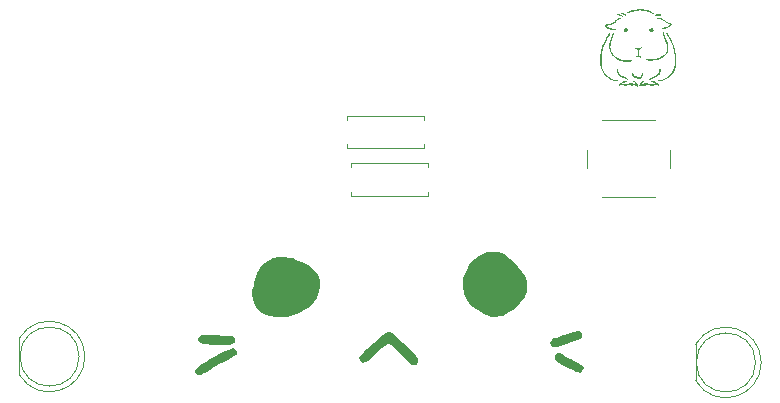
<source format=gbr>
%TF.GenerationSoftware,KiCad,Pcbnew,9.0.2*%
%TF.CreationDate,2025-05-31T15:25:19-05:00*%
%TF.ProjectId,first_pcb_project,66697273-745f-4706-9362-5f70726f6a65,rev?*%
%TF.SameCoordinates,Original*%
%TF.FileFunction,Legend,Top*%
%TF.FilePolarity,Positive*%
%FSLAX46Y46*%
G04 Gerber Fmt 4.6, Leading zero omitted, Abs format (unit mm)*
G04 Created by KiCad (PCBNEW 9.0.2) date 2025-05-31 15:25:19*
%MOMM*%
%LPD*%
G01*
G04 APERTURE LIST*
%ADD10C,0.000000*%
%ADD11C,0.120000*%
G04 APERTURE END LIST*
D10*
%TO.C,G\u002A\u002A\u002A*%
G36*
X110870550Y-71292852D02*
G01*
X110882123Y-71298706D01*
X111039389Y-71447158D01*
X111110210Y-71650441D01*
X111100433Y-71777779D01*
X111025672Y-71862919D01*
X110842130Y-71988867D01*
X110562196Y-72147724D01*
X110342954Y-72260632D01*
X109991735Y-72443176D01*
X109583051Y-72666817D01*
X109169433Y-72902268D01*
X108827137Y-73105707D01*
X108531833Y-73280467D01*
X108266386Y-73427029D01*
X108055046Y-73532759D01*
X107922068Y-73585027D01*
X107900377Y-73588399D01*
X107761701Y-73538095D01*
X107661813Y-73443280D01*
X107575184Y-73292439D01*
X107556036Y-73161353D01*
X107615163Y-73032033D01*
X107763361Y-72886492D01*
X108011424Y-72706743D01*
X108164151Y-72606253D01*
X108442090Y-72435558D01*
X108798918Y-72229661D01*
X109195948Y-72010198D01*
X109594496Y-71798807D01*
X109752090Y-71718111D01*
X110118705Y-71534532D01*
X110388492Y-71405219D01*
X110580011Y-71323282D01*
X110711820Y-71281834D01*
X110802480Y-71273987D01*
X110870550Y-71292852D01*
G37*
G36*
X138452510Y-71692936D02*
G01*
X138637670Y-71784054D01*
X138805424Y-71884990D01*
X138902069Y-71962540D01*
X138969689Y-72005600D01*
X139130522Y-72094673D01*
X139361108Y-72217105D01*
X139637989Y-72360240D01*
X139662187Y-72372589D01*
X140011335Y-72558176D01*
X140250595Y-72708059D01*
X140391096Y-72835618D01*
X140443965Y-72954234D01*
X140420331Y-73077288D01*
X140347480Y-73196626D01*
X140223352Y-73317843D01*
X140103487Y-73372793D01*
X139994188Y-73350616D01*
X139800723Y-73280456D01*
X139554785Y-73174580D01*
X139391786Y-73097330D01*
X139133887Y-72968022D01*
X138916282Y-72853847D01*
X138768585Y-72770608D01*
X138725262Y-72741600D01*
X138623429Y-72681117D01*
X138591210Y-72674261D01*
X138511084Y-72638380D01*
X138366209Y-72546543D01*
X138261976Y-72472725D01*
X138092788Y-72332887D01*
X138010813Y-72211266D01*
X137988034Y-72064626D01*
X137987930Y-72049809D01*
X138036734Y-71840012D01*
X138164049Y-71704269D01*
X138341228Y-71664586D01*
X138452510Y-71692936D01*
G37*
G36*
X124228416Y-70007021D02*
G01*
X124412361Y-70133873D01*
X124626357Y-70322812D01*
X124644723Y-70339942D01*
X125192001Y-70856746D01*
X125640113Y-71291462D01*
X125990358Y-71645440D01*
X126244030Y-71920026D01*
X126402428Y-72116569D01*
X126466285Y-72233991D01*
X126464180Y-72433207D01*
X126375748Y-72598703D01*
X126231557Y-72711198D01*
X126062176Y-72751412D01*
X125898174Y-72700063D01*
X125829193Y-72635826D01*
X125706899Y-72498638D01*
X125513281Y-72296557D01*
X125272678Y-72053588D01*
X125009430Y-71793738D01*
X124747873Y-71541010D01*
X124512348Y-71319412D01*
X124327193Y-71152948D01*
X124316003Y-71143345D01*
X124122654Y-70983677D01*
X123997638Y-70900463D01*
X123913801Y-70881072D01*
X123843990Y-70912871D01*
X123835123Y-70919639D01*
X123605162Y-71102746D01*
X123363719Y-71299346D01*
X123138140Y-71486686D01*
X122955774Y-71642018D01*
X122843969Y-71742590D01*
X122834419Y-71752116D01*
X122716051Y-71864097D01*
X122541340Y-72018340D01*
X122343118Y-72187175D01*
X122154215Y-72342932D01*
X122007461Y-72457940D01*
X121948620Y-72498680D01*
X121791363Y-72524912D01*
X121631553Y-72455732D01*
X121502461Y-72321312D01*
X121437354Y-72151823D01*
X121444042Y-72041090D01*
X121509802Y-71933269D01*
X121650408Y-71775690D01*
X121837881Y-71599097D01*
X121876416Y-71565995D01*
X122109431Y-71365759D01*
X122390331Y-71119720D01*
X122670768Y-70870349D01*
X122767904Y-70782872D01*
X123142013Y-70449774D01*
X123440324Y-70203743D01*
X123680478Y-70040616D01*
X123880116Y-69956229D01*
X124056882Y-69946418D01*
X124228416Y-70007021D01*
G37*
G36*
X140099905Y-69848097D02*
G01*
X140129215Y-69859339D01*
X140278418Y-69998002D01*
X140337477Y-70178935D01*
X140302081Y-70359170D01*
X140191658Y-70481601D01*
X140100941Y-70522872D01*
X139916391Y-70594624D01*
X139662768Y-70688231D01*
X139364834Y-70795066D01*
X139047348Y-70906501D01*
X138735072Y-71013910D01*
X138452767Y-71108667D01*
X138225192Y-71182143D01*
X138077110Y-71225712D01*
X138033238Y-71233618D01*
X137970747Y-71209185D01*
X137877931Y-71172005D01*
X137700040Y-71044312D01*
X137635832Y-70863144D01*
X137686153Y-70665463D01*
X137732296Y-70595770D01*
X137804576Y-70532999D01*
X137921442Y-70469054D01*
X138101344Y-70395841D01*
X138362733Y-70305263D01*
X138724059Y-70189227D01*
X138890315Y-70137113D01*
X139312212Y-70007950D01*
X139627483Y-69918197D01*
X139852766Y-69864123D01*
X140004695Y-69842000D01*
X140099905Y-69848097D01*
G37*
G36*
X108416700Y-70163592D02*
G01*
X108582562Y-70178683D01*
X108848012Y-70193791D01*
X109182055Y-70207532D01*
X109553695Y-70218520D01*
X109730717Y-70222306D01*
X110165203Y-70233275D01*
X110485123Y-70251067D01*
X110706490Y-70280790D01*
X110845317Y-70327549D01*
X110917617Y-70396453D01*
X110939405Y-70492609D01*
X110929388Y-70604596D01*
X110891294Y-70764408D01*
X110821619Y-70875206D01*
X110698620Y-70946556D01*
X110500553Y-70988023D01*
X110205675Y-71009170D01*
X109995088Y-71015589D01*
X109620939Y-71016585D01*
X109216078Y-71005418D01*
X108846248Y-70984308D01*
X108708497Y-70972129D01*
X108333981Y-70920970D01*
X108073999Y-70851975D01*
X107912862Y-70757142D01*
X107834883Y-70628465D01*
X107821349Y-70519505D01*
X107874950Y-70319529D01*
X108028520Y-70195128D01*
X108271207Y-70152788D01*
X108416700Y-70163592D01*
G37*
G36*
X115235351Y-63584038D02*
G01*
X115514958Y-63618993D01*
X115803133Y-63688423D01*
X116113894Y-63787530D01*
X116737182Y-64045818D01*
X117250226Y-64356507D01*
X117650312Y-64714112D01*
X117934728Y-65113147D01*
X118100760Y-65548126D01*
X118145693Y-66013564D01*
X118066815Y-66503975D01*
X117861411Y-67013874D01*
X117781437Y-67158396D01*
X117496321Y-67530426D01*
X117099615Y-67874619D01*
X116609718Y-68175658D01*
X116485578Y-68237285D01*
X115890680Y-68485560D01*
X115348448Y-68633252D01*
X114833149Y-68684213D01*
X114319049Y-68642299D01*
X114089730Y-68596163D01*
X113845045Y-68538932D01*
X113617475Y-68485836D01*
X113521287Y-68463461D01*
X113240969Y-68337376D01*
X112973807Y-68106794D01*
X112738111Y-67797708D01*
X112552192Y-67436112D01*
X112434357Y-67047997D01*
X112409802Y-66885558D01*
X112412380Y-66540147D01*
X112486000Y-66112707D01*
X112512688Y-66002767D01*
X112578432Y-65737481D01*
X112632379Y-65508642D01*
X112665459Y-65355101D01*
X112670113Y-65328502D01*
X112704582Y-65187726D01*
X112728160Y-65132615D01*
X112771660Y-65032282D01*
X112831906Y-64864091D01*
X112848419Y-64813926D01*
X113018219Y-64486489D01*
X113304207Y-64176539D01*
X113692015Y-63898414D01*
X113857451Y-63806951D01*
X114090591Y-63691839D01*
X114273670Y-63621788D01*
X114455161Y-63585989D01*
X114683541Y-63573636D01*
X114905925Y-63573201D01*
X115235351Y-63584038D01*
G37*
G36*
X133175850Y-63141015D02*
G01*
X133521114Y-63241051D01*
X133857370Y-63425802D01*
X134209267Y-63707692D01*
X134461132Y-63952035D01*
X134896745Y-64422083D01*
X135229042Y-64838977D01*
X135466019Y-65217864D01*
X135615667Y-65573889D01*
X135685979Y-65922198D01*
X135685486Y-66272084D01*
X135650889Y-66522571D01*
X135587083Y-66739706D01*
X135479188Y-66947607D01*
X135312322Y-67170389D01*
X135071604Y-67432168D01*
X134808908Y-67692610D01*
X134459580Y-68018399D01*
X134166230Y-68256748D01*
X133902452Y-68421541D01*
X133641837Y-68526662D01*
X133357980Y-68585996D01*
X133060809Y-68611725D01*
X132803080Y-68621271D01*
X132614655Y-68611996D01*
X132448723Y-68573218D01*
X132258476Y-68494252D01*
X132013380Y-68372687D01*
X131476734Y-68071219D01*
X131056394Y-67765659D01*
X130738527Y-67441032D01*
X130509301Y-67082363D01*
X130354884Y-66674677D01*
X130321085Y-66540598D01*
X130244206Y-66127998D01*
X130225110Y-65785179D01*
X130264885Y-65464283D01*
X130352593Y-65152643D01*
X130537043Y-64659881D01*
X130730560Y-64272744D01*
X130953029Y-63966714D01*
X131224334Y-63717272D01*
X131564358Y-63499902D01*
X131784845Y-63386596D01*
X132073146Y-63253482D01*
X132294414Y-63172159D01*
X132495241Y-63130043D01*
X132722219Y-63114552D01*
X132796927Y-63113271D01*
X133175850Y-63141015D01*
G37*
G36*
X144055404Y-48652055D02*
G01*
X144071805Y-48656862D01*
X144081787Y-48667274D01*
X144086159Y-48674874D01*
X144093775Y-48709549D01*
X144081281Y-48738710D01*
X144052522Y-48756301D01*
X144032804Y-48758868D01*
X143978362Y-48764892D01*
X143911977Y-48781151D01*
X143841010Y-48804920D01*
X143772825Y-48833478D01*
X143714783Y-48864100D01*
X143678868Y-48889767D01*
X143648915Y-48916322D01*
X143732783Y-48909307D01*
X143825039Y-48901651D01*
X143896499Y-48896092D01*
X143950247Y-48892736D01*
X143989364Y-48891685D01*
X144016934Y-48893045D01*
X144036040Y-48896918D01*
X144049765Y-48903408D01*
X144061191Y-48912620D01*
X144069372Y-48920642D01*
X144092979Y-48941710D01*
X144111553Y-48947461D01*
X144135721Y-48940711D01*
X144139448Y-48939216D01*
X144200317Y-48915360D01*
X144262510Y-48892424D01*
X144321146Y-48872058D01*
X144371340Y-48855910D01*
X144408210Y-48845630D01*
X144425182Y-48842735D01*
X144450642Y-48852305D01*
X144481199Y-48877829D01*
X144490139Y-48887664D01*
X144512863Y-48913070D01*
X144524432Y-48921470D01*
X144528598Y-48914620D01*
X144529078Y-48905913D01*
X144538963Y-48879969D01*
X144559075Y-48859872D01*
X144576264Y-48850302D01*
X144593626Y-48847302D01*
X144618006Y-48851330D01*
X144656247Y-48862847D01*
X144669900Y-48867321D01*
X144726071Y-48888059D01*
X144787498Y-48914042D01*
X144828760Y-48933627D01*
X144867162Y-48952139D01*
X144896568Y-48964370D01*
X144911254Y-48967970D01*
X144911763Y-48967702D01*
X144908217Y-48955946D01*
X144893776Y-48930149D01*
X144871499Y-48895747D01*
X144869976Y-48893522D01*
X144837827Y-48851463D01*
X144804531Y-48821039D01*
X144760759Y-48794319D01*
X144742044Y-48784774D01*
X144698348Y-48761504D01*
X144673146Y-48743278D01*
X144662461Y-48726822D01*
X144661320Y-48718279D01*
X144670150Y-48684705D01*
X144695090Y-48666816D01*
X144733814Y-48664989D01*
X144783996Y-48679602D01*
X144813446Y-48693609D01*
X144894990Y-48750401D01*
X144963584Y-48826727D01*
X145018268Y-48921374D01*
X145043020Y-48983562D01*
X145061061Y-49043352D01*
X145067478Y-49085479D01*
X145062328Y-49113200D01*
X145045664Y-49129776D01*
X145045504Y-49129861D01*
X145029382Y-49137200D01*
X145012935Y-49140006D01*
X144992366Y-49137122D01*
X144963877Y-49127390D01*
X144923673Y-49109650D01*
X144867956Y-49082746D01*
X144830861Y-49064387D01*
X144773873Y-49036679D01*
X144723522Y-49013317D01*
X144684140Y-48996228D01*
X144660061Y-48987338D01*
X144655720Y-48986509D01*
X144643658Y-48993209D01*
X144638154Y-49016308D01*
X144637358Y-49040003D01*
X144634449Y-49077411D01*
X144623980Y-49098602D01*
X144613396Y-49106321D01*
X144592823Y-49112421D01*
X144569630Y-49107474D01*
X144540143Y-49089503D01*
X144500687Y-49056531D01*
X144472695Y-49030615D01*
X144439558Y-48999882D01*
X144417115Y-48982852D01*
X144398665Y-48976750D01*
X144377507Y-48978797D01*
X144358558Y-48983327D01*
X144329233Y-48991835D01*
X144282849Y-49006630D01*
X144224903Y-49025902D01*
X144160890Y-49047843D01*
X144134204Y-49057177D01*
X144044360Y-49087232D01*
X143973922Y-49107011D01*
X143920778Y-49116783D01*
X143882815Y-49116817D01*
X143857923Y-49107383D01*
X143846361Y-49093887D01*
X143839118Y-49063295D01*
X143841358Y-49044067D01*
X143844115Y-49032596D01*
X143840847Y-49025561D01*
X143827489Y-49022304D01*
X143799978Y-49022162D01*
X143754248Y-49024475D01*
X143729854Y-49025946D01*
X143666958Y-49030864D01*
X143602101Y-49037716D01*
X143546148Y-49045297D01*
X143529310Y-49048151D01*
X143486000Y-49055541D01*
X143459836Y-49057487D01*
X143444518Y-49053494D01*
X143433746Y-49043065D01*
X143431808Y-49040472D01*
X143418412Y-49015665D01*
X143418787Y-48991410D01*
X143434359Y-48961704D01*
X143457835Y-48931058D01*
X143522523Y-48865127D01*
X143605083Y-48801168D01*
X143699509Y-48743151D01*
X143799794Y-48695041D01*
X143836909Y-48680645D01*
X143875383Y-48670279D01*
X143926722Y-48661030D01*
X143979846Y-48654894D01*
X143980101Y-48654874D01*
X144026772Y-48651758D01*
X144055404Y-48652055D01*
G37*
G36*
X146217658Y-48652284D02*
G01*
X146252323Y-48654821D01*
X146351966Y-48670158D01*
X146449159Y-48701561D01*
X146548422Y-48750857D01*
X146645888Y-48813888D01*
X146707713Y-48861891D01*
X146757337Y-48908854D01*
X146792402Y-48951990D01*
X146810553Y-48988514D01*
X146811665Y-49009817D01*
X146799078Y-49039556D01*
X146777075Y-49053175D01*
X146740133Y-49053443D01*
X146728066Y-49051773D01*
X146682976Y-49045442D01*
X146628408Y-49038808D01*
X146569401Y-49032356D01*
X146510994Y-49026568D01*
X146458227Y-49021929D01*
X146416137Y-49018922D01*
X146389764Y-49018031D01*
X146383576Y-49018715D01*
X146381269Y-49031770D01*
X146386993Y-49047142D01*
X146392627Y-49078098D01*
X146386603Y-49094339D01*
X146370047Y-49111071D01*
X146341845Y-49118704D01*
X146300189Y-49116941D01*
X146243274Y-49105485D01*
X146169292Y-49084039D01*
X146076435Y-49052305D01*
X146031656Y-49035943D01*
X145960068Y-49009628D01*
X145906924Y-48991439D01*
X145868221Y-48981112D01*
X145839955Y-48978387D01*
X145818124Y-48983002D01*
X145798724Y-48994693D01*
X145777753Y-49013199D01*
X145771727Y-49018925D01*
X145718687Y-49066638D01*
X145677801Y-49096532D01*
X145646807Y-49109929D01*
X145623442Y-49108151D01*
X145621101Y-49107011D01*
X145602526Y-49086961D01*
X145589516Y-49055861D01*
X145585735Y-49024963D01*
X145589730Y-49010679D01*
X145592713Y-48995662D01*
X145575922Y-48992891D01*
X145540060Y-49002171D01*
X145485834Y-49023308D01*
X145413948Y-49056108D01*
X145398959Y-49063346D01*
X145341131Y-49090990D01*
X145290223Y-49114406D01*
X145250426Y-49131737D01*
X145225930Y-49141124D01*
X145220903Y-49142264D01*
X145199210Y-49135626D01*
X145182141Y-49125511D01*
X145169904Y-49114358D01*
X145164971Y-49099920D01*
X145166747Y-49075441D01*
X145174261Y-49035986D01*
X145203546Y-48942228D01*
X145249729Y-48854662D01*
X145309299Y-48778231D01*
X145378744Y-48717879D01*
X145416452Y-48695080D01*
X145474531Y-48670418D01*
X145518329Y-48664352D01*
X145548628Y-48676839D01*
X145557593Y-48687730D01*
X145567896Y-48720026D01*
X145555129Y-48747580D01*
X145519020Y-48770868D01*
X145506998Y-48775818D01*
X145473300Y-48793680D01*
X145435622Y-48821366D01*
X145397791Y-48854891D01*
X145363635Y-48890272D01*
X145336984Y-48923524D01*
X145321664Y-48950663D01*
X145321504Y-48967704D01*
X145322051Y-48968309D01*
X145334616Y-48965919D01*
X145362472Y-48954277D01*
X145399974Y-48935783D01*
X145406081Y-48932566D01*
X145471487Y-48900906D01*
X145534680Y-48875858D01*
X145591149Y-48858766D01*
X145636385Y-48850973D01*
X145665876Y-48853822D01*
X145667665Y-48854679D01*
X145686670Y-48868117D01*
X145691881Y-48876105D01*
X145697756Y-48892680D01*
X145702871Y-48901744D01*
X145712860Y-48909188D01*
X145727438Y-48900712D01*
X145745686Y-48880777D01*
X145776286Y-48853388D01*
X145805399Y-48842744D01*
X145806095Y-48842736D01*
X145829252Y-48846946D01*
X145869824Y-48858501D01*
X145923003Y-48875788D01*
X145983980Y-48897194D01*
X146047945Y-48921107D01*
X146093759Y-48939216D01*
X146119306Y-48947262D01*
X146137992Y-48943127D01*
X146160461Y-48923997D01*
X146163794Y-48920683D01*
X146174468Y-48910048D01*
X146184616Y-48901940D01*
X146197214Y-48896266D01*
X146215237Y-48892934D01*
X146241661Y-48891850D01*
X146279460Y-48892923D01*
X146331610Y-48896060D01*
X146401087Y-48901168D01*
X146490865Y-48908155D01*
X146512405Y-48909839D01*
X146596273Y-48916389D01*
X146530377Y-48873721D01*
X146421457Y-48815738D01*
X146303073Y-48777623D01*
X146244874Y-48766371D01*
X146188367Y-48754541D01*
X146153642Y-48739308D01*
X146138568Y-48718764D01*
X146141013Y-48690999D01*
X146146161Y-48678005D01*
X146154234Y-48662831D01*
X146165025Y-48654319D01*
X146184259Y-48651220D01*
X146217658Y-48652284D01*
G37*
G36*
X142679376Y-44565450D02*
G01*
X142681438Y-44566225D01*
X142701712Y-44581561D01*
X142707127Y-44607493D01*
X142697316Y-44645997D01*
X142671914Y-44699053D01*
X142649735Y-44737534D01*
X142521997Y-44955697D01*
X142410300Y-45159359D01*
X142313679Y-45350897D01*
X142231170Y-45532691D01*
X142161806Y-45707122D01*
X142104624Y-45876567D01*
X142058658Y-46043407D01*
X142022944Y-46210020D01*
X142002817Y-46332689D01*
X141990198Y-46437731D01*
X141980335Y-46555591D01*
X141973263Y-46681820D01*
X141969019Y-46811966D01*
X141967640Y-46941579D01*
X141969163Y-47066207D01*
X141973623Y-47181401D01*
X141981057Y-47282709D01*
X141991503Y-47365680D01*
X141994210Y-47381038D01*
X142037538Y-47562741D01*
X142096691Y-47727935D01*
X142173067Y-47879240D01*
X142268066Y-48019280D01*
X142383086Y-48150677D01*
X142428501Y-48195269D01*
X142571724Y-48315308D01*
X142725247Y-48414441D01*
X142887750Y-48492034D01*
X143057910Y-48547453D01*
X143229136Y-48579437D01*
X143278751Y-48586603D01*
X143320042Y-48594700D01*
X143346621Y-48602386D01*
X143351943Y-48605235D01*
X143364404Y-48627176D01*
X143366679Y-48656349D01*
X143359212Y-48681851D01*
X143348407Y-48691690D01*
X143315948Y-48696778D01*
X143264014Y-48695550D01*
X143217594Y-48690892D01*
X143160515Y-48681262D01*
X143089715Y-48665596D01*
X143013991Y-48646053D01*
X142942141Y-48624792D01*
X142924056Y-48618872D01*
X142752589Y-48549054D01*
X142590866Y-48458913D01*
X142440720Y-48350398D01*
X142303984Y-48225462D01*
X142182489Y-48086053D01*
X142078068Y-47934122D01*
X141992554Y-47771619D01*
X141927780Y-47600494D01*
X141910730Y-47540401D01*
X141893335Y-47466533D01*
X141879599Y-47391193D01*
X141869171Y-47310435D01*
X141861694Y-47220310D01*
X141856817Y-47116871D01*
X141854184Y-46996170D01*
X141853494Y-46901792D01*
X141854976Y-46731331D01*
X141860822Y-46579313D01*
X141871569Y-46440523D01*
X141887756Y-46309751D01*
X141909918Y-46181784D01*
X141938594Y-46051408D01*
X141943037Y-46033160D01*
X141986188Y-45875390D01*
X142037100Y-45724037D01*
X142099365Y-45568767D01*
X142123359Y-45514140D01*
X142140260Y-45475619D01*
X142152407Y-45446446D01*
X142157258Y-45432740D01*
X142157264Y-45432614D01*
X142162383Y-45420279D01*
X142176406Y-45390606D01*
X142197331Y-45347591D01*
X142223155Y-45295233D01*
X142251877Y-45237529D01*
X142281495Y-45178476D01*
X142310007Y-45122073D01*
X142335411Y-45072316D01*
X142355704Y-45033205D01*
X142368885Y-45008735D01*
X142372518Y-45002783D01*
X142382424Y-44987094D01*
X142400206Y-44956307D01*
X142422407Y-44916436D01*
X142427601Y-44906934D01*
X142480954Y-44809527D01*
X142524639Y-44731447D01*
X142560079Y-44670783D01*
X142588700Y-44625623D01*
X142611927Y-44594054D01*
X142631183Y-44574164D01*
X142647893Y-44564042D01*
X142663483Y-44561774D01*
X142679376Y-44565450D01*
G37*
G36*
X147497700Y-44559360D02*
G01*
X147512701Y-44571345D01*
X147527803Y-44589942D01*
X147551096Y-44624397D01*
X147579238Y-44669561D01*
X147605145Y-44713703D01*
X147633711Y-44763692D01*
X147658795Y-44807430D01*
X147677501Y-44839879D01*
X147686454Y-44855207D01*
X147761374Y-44985187D01*
X147835672Y-45123446D01*
X147907171Y-45265369D01*
X147973697Y-45406337D01*
X148033074Y-45541735D01*
X148083126Y-45666945D01*
X148121678Y-45777352D01*
X148123001Y-45781556D01*
X148140013Y-45835874D01*
X148155532Y-45885369D01*
X148167409Y-45923183D01*
X148172058Y-45937940D01*
X148189884Y-46003605D01*
X148208420Y-46088454D01*
X148226910Y-46187754D01*
X148244596Y-46296770D01*
X148260721Y-46410769D01*
X148274527Y-46525018D01*
X148285258Y-46634782D01*
X148287040Y-46656693D01*
X148293697Y-46744982D01*
X148298163Y-46815811D01*
X148300440Y-46875584D01*
X148300527Y-46930703D01*
X148298423Y-46987572D01*
X148294127Y-47052593D01*
X148287641Y-47132170D01*
X148287018Y-47139466D01*
X148274277Y-47266733D01*
X148258772Y-47376380D01*
X148239115Y-47474710D01*
X148213923Y-47568026D01*
X148181809Y-47662631D01*
X148159017Y-47721698D01*
X148078915Y-47891266D01*
X147979608Y-48049515D01*
X147863026Y-48194525D01*
X147731095Y-48324376D01*
X147585745Y-48437150D01*
X147428903Y-48530925D01*
X147279198Y-48597613D01*
X147206758Y-48622437D01*
X147128534Y-48645020D01*
X147048834Y-48664545D01*
X146971965Y-48680190D01*
X146902234Y-48691138D01*
X146843950Y-48696568D01*
X146801420Y-48695662D01*
X146784976Y-48691614D01*
X146773508Y-48675298D01*
X146770523Y-48647643D01*
X146775945Y-48619692D01*
X146785555Y-48605119D01*
X146803729Y-48598106D01*
X146839576Y-48590004D01*
X146886923Y-48582093D01*
X146914308Y-48578446D01*
X147090953Y-48545035D01*
X147261226Y-48488526D01*
X147342144Y-48452500D01*
X147440042Y-48401548D01*
X147524567Y-48348696D01*
X147603590Y-48288330D01*
X147684985Y-48214840D01*
X147710669Y-48189764D01*
X147828497Y-48058974D01*
X147928730Y-47916708D01*
X148012504Y-47760833D01*
X148080955Y-47589215D01*
X148135219Y-47399723D01*
X148138214Y-47387028D01*
X148149734Y-47321465D01*
X148158880Y-47236239D01*
X148165531Y-47135543D01*
X148169567Y-47023571D01*
X148170867Y-46904516D01*
X148169311Y-46782572D01*
X148164777Y-46661931D01*
X148160946Y-46597292D01*
X148147296Y-46436285D01*
X148128276Y-46284116D01*
X148102929Y-46138012D01*
X148070298Y-45995204D01*
X148029427Y-45852919D01*
X147979359Y-45708387D01*
X147919137Y-45558837D01*
X147847804Y-45401496D01*
X147764403Y-45233595D01*
X147667978Y-45052362D01*
X147562163Y-44863080D01*
X147523586Y-44794527D01*
X147489393Y-44732148D01*
X147461298Y-44679200D01*
X147441012Y-44638939D01*
X147430246Y-44614622D01*
X147428962Y-44609644D01*
X147438218Y-44589462D01*
X147459222Y-44570159D01*
X147482080Y-44557438D01*
X147497700Y-44559360D01*
G37*
G36*
X143332984Y-47614111D02*
G01*
X143354680Y-47633114D01*
X143363918Y-47665851D01*
X143362291Y-47685850D01*
X143360616Y-47732639D01*
X143368589Y-47792527D01*
X143384567Y-47857480D01*
X143406908Y-47919461D01*
X143412641Y-47932170D01*
X143448849Y-47991596D01*
X143501772Y-48055750D01*
X143566217Y-48119654D01*
X143636991Y-48178330D01*
X143708898Y-48226801D01*
X143735330Y-48241452D01*
X143785333Y-48266470D01*
X143833203Y-48288974D01*
X143870880Y-48305220D01*
X143880293Y-48308780D01*
X143950955Y-48337449D01*
X144023388Y-48373257D01*
X144090705Y-48412334D01*
X144146021Y-48450810D01*
X144170416Y-48471833D01*
X144211574Y-48513867D01*
X144235813Y-48545008D01*
X144245068Y-48569150D01*
X144241275Y-48590188D01*
X144234741Y-48601261D01*
X144212231Y-48622171D01*
X144185819Y-48623589D01*
X144153230Y-48604861D01*
X144113018Y-48566237D01*
X144080004Y-48535195D01*
X144037036Y-48503871D01*
X143981509Y-48470829D01*
X143910818Y-48434632D01*
X143822358Y-48393843D01*
X143721639Y-48350438D01*
X143611661Y-48293543D01*
X143511400Y-48220860D01*
X143423718Y-48135599D01*
X143351474Y-48040965D01*
X143297527Y-47940167D01*
X143265151Y-47838416D01*
X143252063Y-47755391D01*
X143251199Y-47691090D01*
X143262528Y-47646275D01*
X143273553Y-47630597D01*
X143304164Y-47612165D01*
X143332984Y-47614111D01*
G37*
G36*
X146931745Y-47616290D02*
G01*
X146956123Y-47626612D01*
X146970599Y-47643505D01*
X146977579Y-47672509D01*
X146979472Y-47719162D01*
X146979472Y-47726094D01*
X146967868Y-47835071D01*
X146933366Y-47941485D01*
X146875620Y-48046116D01*
X146794282Y-48149745D01*
X146787934Y-48156722D01*
X146739562Y-48205790D01*
X146689935Y-48247460D01*
X146634085Y-48284921D01*
X146567045Y-48321367D01*
X146483846Y-48359990D01*
X146446509Y-48376093D01*
X146347131Y-48420433D01*
X146266952Y-48461351D01*
X146201932Y-48501260D01*
X146148027Y-48542572D01*
X146113475Y-48574899D01*
X146074550Y-48609643D01*
X146044018Y-48624592D01*
X146018212Y-48620658D01*
X145997739Y-48603691D01*
X145985221Y-48587451D01*
X145984196Y-48572578D01*
X145995364Y-48550065D01*
X146002848Y-48537797D01*
X146035342Y-48494519D01*
X146078816Y-48453844D01*
X146136050Y-48413941D01*
X146209820Y-48372978D01*
X146302906Y-48329122D01*
X146350660Y-48308453D01*
X146490502Y-48241287D01*
X146607727Y-48167742D01*
X146702947Y-48087314D01*
X146776778Y-47999497D01*
X146822463Y-47920189D01*
X146843280Y-47870046D01*
X146856110Y-47821735D01*
X146863472Y-47764523D01*
X146865431Y-47737038D01*
X146870821Y-47677492D01*
X146879430Y-47638898D01*
X146892882Y-47618299D01*
X146912800Y-47612736D01*
X146931745Y-47616290D01*
G37*
G36*
X144615866Y-47979194D02*
G01*
X144640997Y-48010865D01*
X144653837Y-48052212D01*
X144674896Y-48116661D01*
X144713820Y-48184345D01*
X144766694Y-48248505D01*
X144768809Y-48250664D01*
X144797415Y-48278398D01*
X144819616Y-48297558D01*
X144829501Y-48303585D01*
X144837566Y-48293256D01*
X144845084Y-48268374D01*
X144845167Y-48267961D01*
X144859010Y-48237555D01*
X144883271Y-48224562D01*
X144911326Y-48225024D01*
X144940843Y-48241979D01*
X144974547Y-48277520D01*
X145003890Y-48317164D01*
X145027782Y-48345696D01*
X145049423Y-48361757D01*
X145064419Y-48362999D01*
X145068679Y-48351785D01*
X145077714Y-48337413D01*
X145097828Y-48320981D01*
X145131425Y-48309894D01*
X145159553Y-48320159D01*
X145176847Y-48349165D01*
X145179042Y-48360491D01*
X145183168Y-48393443D01*
X145231091Y-48343414D01*
X145275537Y-48286572D01*
X145322032Y-48206999D01*
X145369956Y-48105776D01*
X145378859Y-48084929D01*
X145394944Y-48050847D01*
X145409748Y-48033879D01*
X145429318Y-48028323D01*
X145439192Y-48028019D01*
X145467129Y-48032549D01*
X145480732Y-48050085D01*
X145483224Y-48058469D01*
X145482961Y-48093869D01*
X145470353Y-48143252D01*
X145447833Y-48201742D01*
X145417835Y-48264459D01*
X145382791Y-48326527D01*
X145345137Y-48383067D01*
X145307306Y-48429202D01*
X145289742Y-48446268D01*
X145249556Y-48474693D01*
X145217325Y-48481461D01*
X145191189Y-48466771D01*
X145183885Y-48457681D01*
X145165939Y-48432060D01*
X145128371Y-48463671D01*
X145083102Y-48489813D01*
X145037990Y-48491999D01*
X144993170Y-48470227D01*
X144986198Y-48464658D01*
X144959459Y-48445371D01*
X144939783Y-48441663D01*
X144925185Y-48447209D01*
X144897799Y-48449946D01*
X144857771Y-48439137D01*
X144810202Y-48417344D01*
X144760190Y-48387128D01*
X144712834Y-48351051D01*
X144688393Y-48328246D01*
X144646595Y-48279105D01*
X144610483Y-48224249D01*
X144581085Y-48167151D01*
X144559429Y-48111285D01*
X144546542Y-48060123D01*
X144543452Y-48017137D01*
X144551187Y-47985801D01*
X144570774Y-47969588D01*
X144581814Y-47968113D01*
X144615866Y-47979194D01*
G37*
G36*
X142971854Y-44572592D02*
G01*
X142977529Y-44575071D01*
X143001217Y-44597887D01*
X143008722Y-44634757D01*
X142999310Y-44681417D01*
X142996913Y-44687714D01*
X142988636Y-44711196D01*
X142975792Y-44750780D01*
X142960589Y-44799585D01*
X142953463Y-44823066D01*
X142938218Y-44871375D01*
X142924338Y-44911156D01*
X142913901Y-44936635D01*
X142910560Y-44942278D01*
X142900713Y-44964080D01*
X142900094Y-44970420D01*
X142895419Y-44992352D01*
X142884072Y-45022821D01*
X142883134Y-45024934D01*
X142868134Y-45062181D01*
X142848482Y-45116442D01*
X142826165Y-45181705D01*
X142803171Y-45251963D01*
X142781488Y-45321203D01*
X142763103Y-45383416D01*
X142755734Y-45410141D01*
X142742500Y-45470511D01*
X142732980Y-45540476D01*
X142726541Y-45625534D01*
X142723899Y-45685867D01*
X142721720Y-45757919D01*
X142721330Y-45812367D01*
X142723255Y-45855533D01*
X142728022Y-45893742D01*
X142736155Y-45933319D01*
X142748183Y-45980587D01*
X142748525Y-45981874D01*
X142796919Y-46125230D01*
X142863619Y-46257953D01*
X142950357Y-46382847D01*
X143058866Y-46502715D01*
X143087626Y-46530377D01*
X143232848Y-46650659D01*
X143389895Y-46750384D01*
X143557603Y-46829133D01*
X143734808Y-46886485D01*
X143920349Y-46922023D01*
X144113060Y-46935325D01*
X144206037Y-46933765D01*
X144273267Y-46930053D01*
X144338714Y-46925082D01*
X144395136Y-46919484D01*
X144435293Y-46913894D01*
X144437073Y-46913564D01*
X144493591Y-46906122D01*
X144531382Y-46909463D01*
X144553356Y-46924075D01*
X144558646Y-46933889D01*
X144560877Y-46967591D01*
X144541453Y-46994649D01*
X144513979Y-47008459D01*
X144464738Y-47019700D01*
X144396689Y-47028826D01*
X144314913Y-47035626D01*
X144224488Y-47039891D01*
X144130495Y-47041408D01*
X144038013Y-47039966D01*
X143952120Y-47035356D01*
X143924481Y-47032947D01*
X143735188Y-47002980D01*
X143554186Y-46951300D01*
X143383003Y-46878753D01*
X143223170Y-46786188D01*
X143076214Y-46674450D01*
X142943667Y-46544386D01*
X142861104Y-46443997D01*
X142764680Y-46300370D01*
X142691432Y-46156162D01*
X142640611Y-46009450D01*
X142611468Y-45858315D01*
X142605179Y-45787547D01*
X142604406Y-45664833D01*
X142616868Y-45539483D01*
X142643339Y-45406671D01*
X142684597Y-45261571D01*
X142694767Y-45230424D01*
X142735512Y-45108988D01*
X142774378Y-44995021D01*
X142810623Y-44890581D01*
X142843506Y-44797725D01*
X142872286Y-44718510D01*
X142896220Y-44654994D01*
X142914567Y-44609234D01*
X142926585Y-44583288D01*
X142929715Y-44578640D01*
X142947995Y-44567660D01*
X142971854Y-44572592D01*
G37*
G36*
X147237842Y-44504543D02*
G01*
X147249054Y-44526578D01*
X147249245Y-44530594D01*
X147253308Y-44565615D01*
X147264680Y-44618788D01*
X147282140Y-44685871D01*
X147304464Y-44762625D01*
X147330428Y-44844809D01*
X147358812Y-44928183D01*
X147383017Y-44994423D01*
X147411625Y-45070353D01*
X147441786Y-45150957D01*
X147470512Y-45228216D01*
X147494816Y-45294113D01*
X147502193Y-45314292D01*
X147559875Y-45492692D01*
X147597996Y-45658085D01*
X147616545Y-45811321D01*
X147615513Y-45953248D01*
X147594889Y-46084712D01*
X147554663Y-46206563D01*
X147494826Y-46319649D01*
X147490270Y-46326698D01*
X147463954Y-46362668D01*
X147426115Y-46408955D01*
X147382261Y-46459017D01*
X147346655Y-46497277D01*
X147222534Y-46609468D01*
X147080729Y-46706515D01*
X146922574Y-46787851D01*
X146749402Y-46852910D01*
X146562547Y-46901126D01*
X146363342Y-46931933D01*
X146311069Y-46936907D01*
X146236705Y-46942791D01*
X146177656Y-46946302D01*
X146126111Y-46947426D01*
X146074259Y-46946150D01*
X146014290Y-46942459D01*
X145938391Y-46936340D01*
X145937311Y-46936248D01*
X145869870Y-46930138D01*
X145822303Y-46924507D01*
X145790569Y-46918347D01*
X145770627Y-46910649D01*
X145758435Y-46900406D01*
X145751675Y-46889946D01*
X145747591Y-46860340D01*
X145760576Y-46831937D01*
X145785636Y-46815283D01*
X145787204Y-46814930D01*
X145806395Y-46814753D01*
X145843258Y-46817291D01*
X145891715Y-46822059D01*
X145925330Y-46825972D01*
X146125926Y-46839666D01*
X146322449Y-46830451D01*
X146516867Y-46798065D01*
X146711145Y-46742247D01*
X146797589Y-46709997D01*
X146958037Y-46637469D01*
X147100397Y-46555431D01*
X147223663Y-46464762D01*
X147326827Y-46366342D01*
X147408883Y-46261053D01*
X147468825Y-46149775D01*
X147484532Y-46109180D01*
X147493677Y-46078168D01*
X147500042Y-46043189D01*
X147504064Y-45999331D01*
X147506183Y-45941684D01*
X147506837Y-45865335D01*
X147506839Y-45859434D01*
X147506323Y-45793980D01*
X147504221Y-45736279D01*
X147499702Y-45682992D01*
X147491937Y-45630782D01*
X147480094Y-45576310D01*
X147463345Y-45516238D01*
X147440857Y-45447228D01*
X147411803Y-45365941D01*
X147375349Y-45269039D01*
X147332098Y-45156868D01*
X147274398Y-45004774D01*
X147227190Y-44872980D01*
X147190531Y-44761680D01*
X147164480Y-44671072D01*
X147149095Y-44601349D01*
X147144433Y-44552708D01*
X147146438Y-44535106D01*
X147161539Y-44510306D01*
X147186718Y-44496730D01*
X147214608Y-44494701D01*
X147237842Y-44504543D01*
G37*
G36*
X145333561Y-45808016D02*
G01*
X145351039Y-45816924D01*
X145373725Y-45837482D01*
X145377541Y-45860191D01*
X145362180Y-45889543D01*
X145344658Y-45911048D01*
X145321813Y-45933688D01*
X145292642Y-45955088D01*
X145252264Y-45978278D01*
X145195797Y-46006284D01*
X145176509Y-46015369D01*
X145170126Y-46021940D01*
X145165248Y-46036900D01*
X145161613Y-46063250D01*
X145158959Y-46103988D01*
X145157023Y-46162114D01*
X145155545Y-46240626D01*
X145155292Y-46258300D01*
X145152046Y-46492832D01*
X145192584Y-46523752D01*
X145230507Y-46547474D01*
X145275278Y-46568650D01*
X145287706Y-46573271D01*
X145329766Y-46592391D01*
X145349130Y-46614468D01*
X145347049Y-46641594D01*
X145338250Y-46657867D01*
X145316871Y-46678482D01*
X145286715Y-46684204D01*
X145243346Y-46675406D01*
X145220923Y-46667765D01*
X145180860Y-46649873D01*
X145143864Y-46628521D01*
X145140852Y-46626430D01*
X145106226Y-46601774D01*
X145049164Y-46637963D01*
X144999458Y-46662702D01*
X144953213Y-46673664D01*
X144914607Y-46671171D01*
X144887820Y-46655544D01*
X144877029Y-46627107D01*
X144876981Y-46624686D01*
X144887583Y-46595261D01*
X144913879Y-46573431D01*
X144942814Y-46566321D01*
X144970063Y-46558791D01*
X145001687Y-46540176D01*
X145008098Y-46535097D01*
X145045205Y-46503874D01*
X145041965Y-46263301D01*
X145038726Y-46022728D01*
X144984811Y-46008767D01*
X144935735Y-45991750D01*
X144887655Y-45967840D01*
X144846510Y-45940778D01*
X144818237Y-45914303D01*
X144809307Y-45898217D01*
X144811142Y-45865317D01*
X144831200Y-45842305D01*
X144857481Y-45835623D01*
X144881136Y-45840969D01*
X144917420Y-45854749D01*
X144953551Y-45871567D01*
X145027394Y-45898682D01*
X145100574Y-45906500D01*
X145168607Y-45895303D01*
X145227011Y-45865371D01*
X145241163Y-45853545D01*
X145279436Y-45821506D01*
X145308508Y-45806905D01*
X145333561Y-45808016D01*
G37*
G36*
X144102863Y-44201100D02*
G01*
X144136896Y-44216013D01*
X144178300Y-44254209D01*
X144201258Y-44303282D01*
X144205791Y-44358845D01*
X144191924Y-44416508D01*
X144159680Y-44471884D01*
X144135397Y-44498568D01*
X144089138Y-44527444D01*
X144033119Y-44540141D01*
X143975992Y-44535813D01*
X143933357Y-44518323D01*
X143889078Y-44479256D01*
X143858628Y-44429555D01*
X143846676Y-44376963D01*
X143846648Y-44374561D01*
X143854714Y-44324788D01*
X143875971Y-44274649D01*
X143905858Y-44232701D01*
X143934413Y-44209990D01*
X143985775Y-44194059D01*
X144045470Y-44191201D01*
X144102863Y-44201100D01*
G37*
G36*
X146234476Y-44189182D02*
G01*
X146287663Y-44210711D01*
X146331034Y-44249412D01*
X146352503Y-44285291D01*
X146371437Y-44352220D01*
X146367484Y-44414257D01*
X146340881Y-44469830D01*
X146321386Y-44492507D01*
X146291061Y-44518551D01*
X146260350Y-44532044D01*
X146217620Y-44538058D01*
X146216729Y-44538124D01*
X146168913Y-44538278D01*
X146133318Y-44528939D01*
X146115693Y-44519400D01*
X146064076Y-44475882D01*
X146033273Y-44422078D01*
X146021721Y-44355117D01*
X146021556Y-44346385D01*
X146022541Y-44305343D01*
X146028533Y-44278748D01*
X146043258Y-44257120D01*
X146064940Y-44236005D01*
X146118223Y-44200990D01*
X146176365Y-44185662D01*
X146234476Y-44189182D01*
G37*
G36*
X143551567Y-43341978D02*
G01*
X143579328Y-43361507D01*
X143589951Y-43391327D01*
X143587408Y-43411771D01*
X143579263Y-43426383D01*
X143560456Y-43435359D01*
X143525141Y-43441067D01*
X143511783Y-43442376D01*
X143463294Y-43448883D01*
X143419873Y-43460429D01*
X143377895Y-43479264D01*
X143333730Y-43507638D01*
X143283751Y-43547800D01*
X143224332Y-43602000D01*
X143170691Y-43653901D01*
X143097710Y-43723652D01*
X143034815Y-43778056D01*
X142976647Y-43820089D01*
X142917849Y-43852728D01*
X142853063Y-43878947D01*
X142776932Y-43901723D01*
X142684434Y-43923955D01*
X142628895Y-43936715D01*
X142571695Y-43950354D01*
X142527893Y-43961243D01*
X142486232Y-43970808D01*
X142450521Y-43977035D01*
X142435039Y-43978396D01*
X142412985Y-43984269D01*
X142409751Y-44000488D01*
X142423678Y-44024955D01*
X142453109Y-44055570D01*
X142496387Y-44090235D01*
X142551854Y-44126849D01*
X142552641Y-44127325D01*
X142650116Y-44174544D01*
X142768132Y-44211238D01*
X142905561Y-44237111D01*
X143013915Y-44248719D01*
X143076944Y-44254659D01*
X143119719Y-44261929D01*
X143145948Y-44272092D01*
X143159338Y-44286713D01*
X143163596Y-44307355D01*
X143163679Y-44311893D01*
X143162046Y-44336873D01*
X143155099Y-44354568D01*
X143139768Y-44365545D01*
X143112981Y-44370373D01*
X143071666Y-44369622D01*
X143012752Y-44363859D01*
X142936037Y-44354039D01*
X142775494Y-44325615D01*
X142634784Y-44286233D01*
X142514292Y-44236091D01*
X142414400Y-44175387D01*
X142335491Y-44104318D01*
X142277948Y-44023083D01*
X142271608Y-44010886D01*
X142253366Y-43965515D01*
X142252486Y-43933578D01*
X142269880Y-43911089D01*
X142297584Y-43897213D01*
X142323702Y-43889373D01*
X142367464Y-43878294D01*
X142422995Y-43865313D01*
X142484417Y-43851761D01*
X142545853Y-43838973D01*
X142600566Y-43828440D01*
X142662958Y-43814199D01*
X142735345Y-43793235D01*
X142808973Y-43768459D01*
X142875088Y-43742782D01*
X142918066Y-43722830D01*
X142963890Y-43693798D01*
X143019024Y-43649459D01*
X143085353Y-43588229D01*
X143127736Y-43546327D01*
X143196064Y-43479603D01*
X143252038Y-43429833D01*
X143298003Y-43395050D01*
X143331415Y-43375576D01*
X143396591Y-43349539D01*
X143457085Y-43335553D01*
X143509781Y-43333180D01*
X143551567Y-43341978D01*
G37*
G36*
X146790500Y-43302714D02*
G01*
X146838691Y-43307091D01*
X146910112Y-43317514D01*
X146977561Y-43332942D01*
X147044537Y-43354957D01*
X147114538Y-43385142D01*
X147191063Y-43425080D01*
X147277609Y-43476351D01*
X147377676Y-43540539D01*
X147426187Y-43572809D01*
X147532999Y-43642268D01*
X147625635Y-43697483D01*
X147707664Y-43740310D01*
X147782656Y-43772607D01*
X147854180Y-43796233D01*
X147857123Y-43797052D01*
X147908377Y-43811608D01*
X147940788Y-43822780D01*
X147958669Y-43833344D01*
X147966332Y-43846078D01*
X147968090Y-43863759D01*
X147968113Y-43868517D01*
X147965076Y-43886645D01*
X147953300Y-43903668D01*
X147928793Y-43923516D01*
X147887559Y-43950120D01*
X147881250Y-43953982D01*
X147825735Y-43988513D01*
X147763884Y-44027993D01*
X147709405Y-44063664D01*
X147590469Y-44136498D01*
X147475474Y-44194167D01*
X147367147Y-44235589D01*
X147268215Y-44259688D01*
X147198747Y-44265766D01*
X147160897Y-44263453D01*
X147139318Y-44254506D01*
X147129191Y-44241528D01*
X147121518Y-44208343D01*
X147131939Y-44180063D01*
X147157190Y-44164616D01*
X147181219Y-44159711D01*
X147220923Y-44151784D01*
X147268461Y-44142399D01*
X147277206Y-44140683D01*
X147374735Y-44112713D01*
X147483264Y-44065180D01*
X147601124Y-43998863D01*
X147651658Y-43966489D01*
X147693242Y-43939884D01*
X147728045Y-43919334D01*
X147750785Y-43907883D01*
X147755728Y-43906509D01*
X147763438Y-43902957D01*
X147752142Y-43891874D01*
X147720909Y-43872620D01*
X147668812Y-43844557D01*
X147656558Y-43838217D01*
X147616146Y-43815773D01*
X147561474Y-43783088D01*
X147497994Y-43743544D01*
X147431163Y-43700522D01*
X147384366Y-43669515D01*
X147279753Y-43600734D01*
X147190274Y-43545601D01*
X147112498Y-43502612D01*
X147042991Y-43470266D01*
X146978323Y-43447060D01*
X146915062Y-43431493D01*
X146849774Y-43422061D01*
X146811934Y-43418956D01*
X146748135Y-43413765D01*
X146704871Y-43406896D01*
X146678717Y-43396923D01*
X146666246Y-43382424D01*
X146664032Y-43361973D01*
X146664447Y-43357655D01*
X146673900Y-43329338D01*
X146696255Y-43311266D01*
X146734220Y-43302653D01*
X146790500Y-43302714D01*
G37*
G36*
X143396695Y-43002005D02*
G01*
X143465314Y-43011561D01*
X143581335Y-43041728D01*
X143687260Y-43089495D01*
X143778331Y-43152657D01*
X143787877Y-43161024D01*
X143823634Y-43195357D01*
X143841583Y-43220050D01*
X143843314Y-43239531D01*
X143830414Y-43258230D01*
X143824693Y-43263662D01*
X143798569Y-43280198D01*
X143772195Y-43278564D01*
X143739451Y-43258021D01*
X143732783Y-43252573D01*
X143660858Y-43202663D01*
X143577296Y-43161252D01*
X143488901Y-43130671D01*
X143402474Y-43113251D01*
X143324818Y-43111322D01*
X143321496Y-43111652D01*
X143274400Y-43110747D01*
X143246089Y-43095661D01*
X143235660Y-43065871D01*
X143235566Y-43061839D01*
X143245499Y-43029526D01*
X143275481Y-43008823D01*
X143325788Y-42999669D01*
X143396695Y-43002005D01*
G37*
G36*
X143693319Y-42878774D02*
G01*
X143747841Y-42891471D01*
X143809698Y-42914403D01*
X143875119Y-42945964D01*
X143940336Y-42984547D01*
X144001577Y-43028547D01*
X144053278Y-43074539D01*
X144078673Y-43102908D01*
X144094962Y-43126512D01*
X144098207Y-43135723D01*
X144089894Y-43155717D01*
X144070700Y-43178927D01*
X144049249Y-43196086D01*
X144038754Y-43199622D01*
X144024971Y-43192132D01*
X143998644Y-43172247D01*
X143964817Y-43143848D01*
X143955316Y-43135458D01*
X143913834Y-43102544D01*
X143863396Y-43068585D01*
X143809558Y-43036665D01*
X143757878Y-43009868D01*
X143713913Y-42991277D01*
X143683221Y-42983976D01*
X143682272Y-42983962D01*
X143647760Y-42975674D01*
X143622227Y-42954881D01*
X143609651Y-42927685D01*
X143614012Y-42900191D01*
X143621358Y-42890509D01*
X143649902Y-42877918D01*
X143693319Y-42878774D01*
G37*
G36*
X146920937Y-43011821D02*
G01*
X146955599Y-43016381D01*
X146991272Y-43028785D01*
X147010497Y-43049078D01*
X147014571Y-43058642D01*
X147021012Y-43085449D01*
X147016654Y-43104495D01*
X146998764Y-43116945D01*
X146964609Y-43123965D01*
X146911456Y-43126721D01*
X146855098Y-43126662D01*
X146769394Y-43127515D01*
X146702578Y-43133139D01*
X146649898Y-43144390D01*
X146606601Y-43162124D01*
X146584292Y-43175466D01*
X146541443Y-43195839D01*
X146505071Y-43196894D01*
X146484849Y-43185245D01*
X146470609Y-43157587D01*
X146478093Y-43127323D01*
X146505501Y-43096418D01*
X146551036Y-43066833D01*
X146612896Y-43040532D01*
X146619550Y-43038278D01*
X146666330Y-43027105D01*
X146727792Y-43018356D01*
X146796004Y-43012547D01*
X146863030Y-43010197D01*
X146920937Y-43011821D01*
G37*
G36*
X145465474Y-42597594D02*
G01*
X145676066Y-42623475D01*
X145877695Y-42667699D01*
X146068486Y-42730144D01*
X146246559Y-42810687D01*
X146365636Y-42879683D01*
X146405983Y-42908039D01*
X146427787Y-42930549D01*
X146434522Y-42950831D01*
X146434528Y-42951464D01*
X146426043Y-42985917D01*
X146402912Y-43003766D01*
X146368616Y-43004073D01*
X146326641Y-42985902D01*
X146320707Y-42982071D01*
X146282242Y-42959101D01*
X146227585Y-42930108D01*
X146162803Y-42897949D01*
X146093963Y-42865476D01*
X146027131Y-42835543D01*
X145968374Y-42811006D01*
X145923759Y-42794718D01*
X145920067Y-42793580D01*
X145697199Y-42739020D01*
X145467910Y-42706811D01*
X145234441Y-42696960D01*
X144999033Y-42709478D01*
X144763925Y-42744373D01*
X144577453Y-42788435D01*
X144534274Y-42801186D01*
X144479905Y-42818418D01*
X144419672Y-42838304D01*
X144358898Y-42859019D01*
X144302909Y-42878735D01*
X144257030Y-42895628D01*
X144226585Y-42907871D01*
X144219999Y-42911015D01*
X144181398Y-42923305D01*
X144143925Y-42921839D01*
X144115947Y-42907516D01*
X144109687Y-42899158D01*
X144102005Y-42878817D01*
X144103847Y-42860597D01*
X144117423Y-42843065D01*
X144144944Y-42824793D01*
X144188619Y-42804350D01*
X144250658Y-42780306D01*
X144333271Y-42751230D01*
X144343820Y-42747625D01*
X144571051Y-42679951D01*
X144798709Y-42631234D01*
X145024918Y-42601350D01*
X145247799Y-42590178D01*
X145465474Y-42597594D01*
G37*
D11*
%TO.C,D1*%
X97730000Y-72000000D02*
G75*
G02*
X92730000Y-72000000I-2500000J0D01*
G01*
X92730000Y-72000000D02*
G75*
G02*
X97730000Y-72000000I2500000J0D01*
G01*
X98220000Y-72000000D02*
G75*
G02*
X92670000Y-73544830I-2990000J0D01*
G01*
X92670000Y-70455170D02*
G75*
G02*
X98220000Y-72000000I2560000J-1544830D01*
G01*
X92670000Y-70455000D02*
X92670000Y-73545000D01*
%TO.C,R2*%
X120730000Y-55630000D02*
X127270000Y-55630000D01*
X120730000Y-55960000D02*
X120730000Y-55630000D01*
X120730000Y-58040000D02*
X120730000Y-58370000D01*
X120730000Y-58370000D02*
X127270000Y-58370000D01*
X127270000Y-55630000D02*
X127270000Y-55960000D01*
X127270000Y-58370000D02*
X127270000Y-58040000D01*
%TO.C,R1*%
X120420000Y-51630000D02*
X126960000Y-51630000D01*
X120420000Y-51960000D02*
X120420000Y-51630000D01*
X120420000Y-54040000D02*
X120420000Y-54370000D01*
X120420000Y-54370000D02*
X126960000Y-54370000D01*
X126960000Y-51630000D02*
X126960000Y-51960000D01*
X126960000Y-54370000D02*
X126960000Y-54040000D01*
%TO.C,D2*%
X149935000Y-70955000D02*
X149935000Y-74045000D01*
X149935000Y-70955170D02*
G75*
G02*
X155485000Y-72500000I2560000J-1544830D01*
G01*
X155485000Y-72500000D02*
G75*
G02*
X149935000Y-74044830I-2990000J0D01*
G01*
X154995000Y-72500000D02*
G75*
G02*
X149995000Y-72500000I-2500000J0D01*
G01*
X149995000Y-72500000D02*
G75*
G02*
X154995000Y-72500000I2500000J0D01*
G01*
%TO.C,SW1*%
X140750000Y-54500000D02*
X140750000Y-56000000D01*
X142000000Y-58500000D02*
X146500000Y-58500000D01*
X146500000Y-52000000D02*
X142000000Y-52000000D01*
X147750000Y-56000000D02*
X147750000Y-54500000D01*
%TD*%
M02*

</source>
